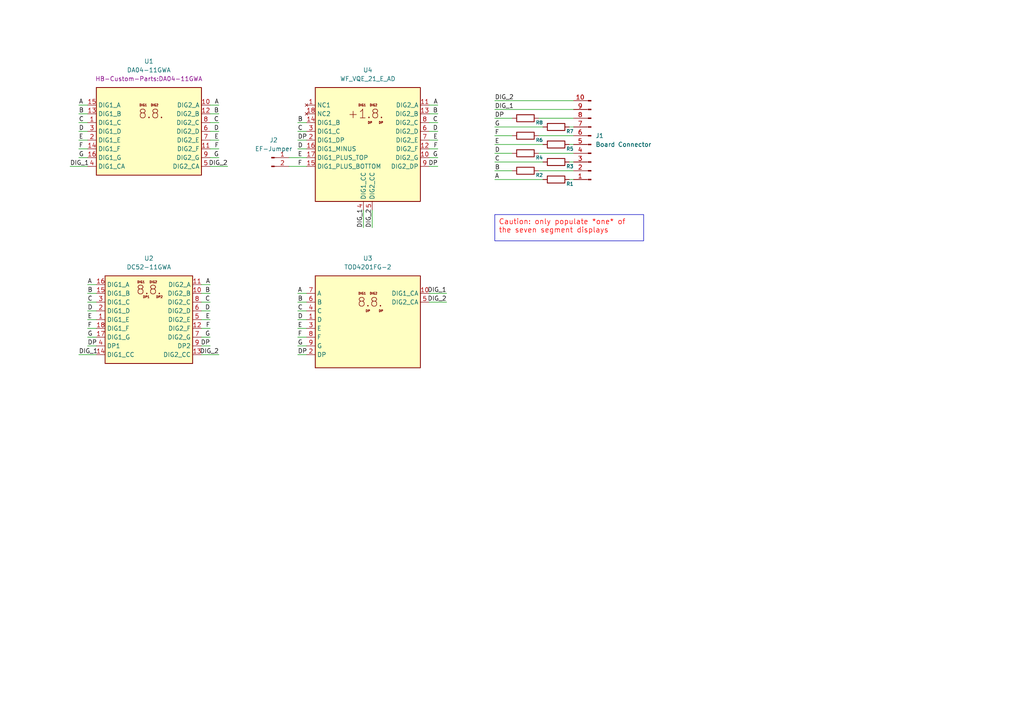
<source format=kicad_sch>
(kicad_sch (version 20230121) (generator eeschema)
  (paper "A4")
  (title_block (title "Seven Segment Carrier Board") (date "2023-09") (rev "v1.0"))
  (lib_symbols
    (symbol "Connector:Conn_01x02_Pin" (pin_names (offset 1.016) hide)
      (property "Reference" "J" (at 0 2.54 0))
      (property "Value" "Conn_01x02_Pin" (at 0 -5.08 0))
      (symbol "Conn_01x02_Pin_1_1"
        (polyline (pts (xy 1.27 -2.54) (xy 0.8636 -2.54)) (stroke (width 0.1524)))
        (polyline (pts (xy 1.27 0) (xy 0.8636 0)) (stroke (width 0.1524)))
        (rectangle (start 0.8636 -2.413) (end 0 -2.667) (stroke (width 0.1524)) (fill (type outline)))
        (rectangle (start 0.8636 0.127) (end 0 -0.127) (stroke (width 0.1524)) (fill (type outline)))
        (pin passive line (at 5.08 0 180) (length 3.81) (name "Pin_1") (number "1"))
        (pin passive line (at 5.08 -2.54 180) (length 3.81) (name "Pin_2") (number "2"))
      )
    )
    (symbol "Connector:Conn_01x10_Pin" (pin_names (offset 1.016) hide)
      (property "Reference" "J" (at 0 12.7 0))
      (property "Value" "Conn_01x10_Pin" (at 0 -15.24 0))
      (symbol "Conn_01x10_Pin_1_1"
        (polyline (pts (xy 1.27 -12.7) (xy 0.8636 -12.7)) (stroke (width 0.1524)))
        (polyline (pts (xy 1.27 -10.16) (xy 0.8636 -10.16)) (stroke (width 0.1524)))
        (polyline (pts (xy 1.27 -7.62) (xy 0.8636 -7.62)) (stroke (width 0.1524)))
        (polyline (pts (xy 1.27 -5.08) (xy 0.8636 -5.08)) (stroke (width 0.1524)))
        (polyline (pts (xy 1.27 -2.54) (xy 0.8636 -2.54)) (stroke (width 0.1524)))
        (polyline (pts (xy 1.27 0) (xy 0.8636 0)) (stroke (width 0.1524)))
        (polyline (pts (xy 1.27 2.54) (xy 0.8636 2.54)) (stroke (width 0.1524)))
        (polyline (pts (xy 1.27 5.08) (xy 0.8636 5.08)) (stroke (width 0.1524)))
        (polyline (pts (xy 1.27 7.62) (xy 0.8636 7.62)) (stroke (width 0.1524)))
        (polyline (pts (xy 1.27 10.16) (xy 0.8636 10.16)) (stroke (width 0.1524)))
        (rectangle (start 0.8636 -12.573) (end 0 -12.827) (stroke (width 0.1524)) (fill (type outline)))
        (rectangle (start 0.8636 -10.033) (end 0 -10.287) (stroke (width 0.1524)) (fill (type outline)))
        (rectangle (start 0.8636 -7.493) (end 0 -7.747) (stroke (width 0.1524)) (fill (type outline)))
        (rectangle (start 0.8636 -4.953) (end 0 -5.207) (stroke (width 0.1524)) (fill (type outline)))
        (rectangle (start 0.8636 -2.413) (end 0 -2.667) (stroke (width 0.1524)) (fill (type outline)))
        (rectangle (start 0.8636 0.127) (end 0 -0.127) (stroke (width 0.1524)) (fill (type outline)))
        (rectangle (start 0.8636 2.667) (end 0 2.413) (stroke (width 0.1524)) (fill (type outline)))
        (rectangle (start 0.8636 5.207) (end 0 4.953) (stroke (width 0.1524)) (fill (type outline)))
        (rectangle (start 0.8636 7.747) (end 0 7.493) (stroke (width 0.1524)) (fill (type outline)))
        (rectangle (start 0.8636 10.287) (end 0 10.033) (stroke (width 0.1524)) (fill (type outline)))
        (pin passive line (at 5.08 10.16 180) (length 3.81) (name "Pin_1") (number "1"))
        (pin passive line (at 5.08 -12.7 180) (length 3.81) (name "Pin_10") (number "10"))
        (pin passive line (at 5.08 7.62 180) (length 3.81) (name "Pin_2") (number "2"))
        (pin passive line (at 5.08 5.08 180) (length 3.81) (name "Pin_3") (number "3"))
        (pin passive line (at 5.08 2.54 180) (length 3.81) (name "Pin_4") (number "4"))
        (pin passive line (at 5.08 0 180) (length 3.81) (name "Pin_5") (number "5"))
        (pin passive line (at 5.08 -2.54 180) (length 3.81) (name "Pin_6") (number "6"))
        (pin passive line (at 5.08 -5.08 180) (length 3.81) (name "Pin_7") (number "7"))
        (pin passive line (at 5.08 -7.62 180) (length 3.81) (name "Pin_8") (number "8"))
        (pin passive line (at 5.08 -10.16 180) (length 3.81) (name "Pin_9") (number "9"))
      )
    )
    (symbol "Device:R" (pin_numbers hide) (pin_names (offset 0))
      (property "Reference" "R" (at 2.032 0 90))
      (property "Value" "R" (at 0 0 90))
      (symbol "R_0_1"
        (rectangle (start -1.016 -2.54) (end 1.016 2.54) (stroke (width 0.254)))
      )
      (symbol "R_1_1"
        (pin passive line (at 0 3.81 270) (length 1.27) (name "~") (number "1"))
        (pin passive line (at 0 -3.81 90) (length 1.27) (name "~") (number "2"))
      )
    )
    (symbol "HB-Custom-Parts:DA04-11GWA"
      (property "Reference" "U" (at -13.97 13.97 0))
      (property "Value" "DA04-11GWA" (at 15.24 13.97 0))
      (property "Footprint" "HB-Custom-Parts:DA04-11GWA" (at 0.635 -15.875 0))
      (symbol "DA04-11GWA_0_0"
        (text "8.8." (at 0.635 5.08 0) (effects (font (size 2.54 2.54))))
        (text "DIG1" (at -1.651 7.62 0) (effects (font (size 0.635 0.635))))
        (text "DIG2" (at 1.651 7.62 0) (effects (font (size 0.635 0.635))))
      )
      (symbol "DA04-11GWA_0_1"
        (rectangle (start -15.24 12.7) (end 15.24 -12.7) (stroke (width 0.254)) (fill (type background)))
      )
      (symbol "DA04-11GWA_1_1"
        (pin input line (at -17.78 2.54 0) (length 2.54) (name "DIG1_C") (number "1"))
        (pin input line (at 17.78 7.62 180) (length 2.54) (name "DIG2_A") (number "10"))
        (pin input line (at 17.78 -5.08 180) (length 2.54) (name "DIG2_F") (number "11"))
        (pin input line (at 17.78 5.08 180) (length 2.54) (name "DIG2_B") (number "12"))
        (pin input line (at -17.78 5.08 0) (length 2.54) (name "DIG1_B") (number "13"))
        (pin input line (at -17.78 -5.08 0) (length 2.54) (name "DIG1_F") (number "14"))
        (pin input line (at -17.78 7.62 0) (length 2.54) (name "DIG1_A") (number "15"))
        (pin input line (at -17.78 -7.62 0) (length 2.54) (name "DIG1_G") (number "16"))
        (pin input line (at -17.78 -2.54 0) (length 2.54) (name "DIG1_E") (number "2"))
        (pin input line (at -17.78 0 0) (length 2.54) (name "DIG1_D") (number "3"))
        (pin input line (at -17.78 -10.16 0) (length 2.54) (name "DIG1_CA") (number "4"))
        (pin input line (at 17.78 -10.16 180) (length 2.54) (name "DIG2_CA") (number "5"))
        (pin input line (at 17.78 0 180) (length 2.54) (name "DIG2_D") (number "6"))
        (pin input line (at 17.78 -2.54 180) (length 2.54) (name "DIG2_E") (number "7"))
        (pin input line (at 17.78 2.54 180) (length 2.54) (name "DIG2_C") (number "8"))
        (pin input line (at 17.78 -7.62 180) (length 2.54) (name "DIG2_G") (number "9"))
      )
    )
    (symbol "HB-Custom-Parts:DC52-11GWA"
      (property "Reference" "U" (at -11.43 13.97 0))
      (property "Value" "DC52-11GWA" (at 12.065 13.97 0))
      (symbol "DC52-11GWA_0_0"
        (text "8.8." (at 0 8.636 0) (effects (font (size 2.54 2.54))))
        (text "DIG1" (at -2.286 10.922 0) (effects (font (size 0.635 0.635))))
        (text "DIG2" (at 1.27 10.922 0) (effects (font (size 0.635 0.635))))
        (text "DP1" (at -0.762 6.604 0) (effects (font (size 0.635 0.635))))
        (text "DP2" (at 3.048 6.604 0) (effects (font (size 0.635 0.635))))
      )
      (symbol "DC52-11GWA_0_1"
        (rectangle (start -12.7 12.7) (end 12.7 -12.7) (stroke (width 0.254)) (fill (type background)))
      )
      (symbol "DC52-11GWA_1_1"
        (pin input line (at -15.24 0 0) (length 2.54) (name "DIG1_E") (number "1"))
        (pin input line (at 15.24 7.62 180) (length 2.54) (name "DIG2_B") (number "10"))
        (pin input line (at 15.24 10.16 180) (length 2.54) (name "DIG2_A") (number "11"))
        (pin input line (at 15.24 -2.54 180) (length 2.54) (name "DIG2_F") (number "12"))
        (pin input line (at 15.24 -10.16 180) (length 2.54) (name "DIG2_CC") (number "13"))
        (pin input line (at -15.24 -10.16 0) (length 2.54) (name "DIG1_CC") (number "14"))
        (pin input line (at -15.24 7.62 0) (length 2.54) (name "DIG1_B") (number "15"))
        (pin input line (at -15.24 10.16 0) (length 2.54) (name "DIG1_A") (number "16"))
        (pin input line (at -15.24 -5.08 0) (length 2.54) (name "DIG1_G") (number "17"))
        (pin input line (at -15.24 -2.54 0) (length 2.54) (name "DIG1_F") (number "18"))
        (pin input line (at -15.24 2.54 0) (length 2.54) (name "DIG1_D") (number "2"))
        (pin input line (at -15.24 5.08 0) (length 2.54) (name "DIG1_C") (number "3"))
        (pin input line (at -15.24 -7.62 0) (length 2.54) (name "DP1") (number "4"))
        (pin input line (at 15.24 0 180) (length 2.54) (name "DIG2_E") (number "5"))
        (pin input line (at 15.24 2.54 180) (length 2.54) (name "DIG2_D") (number "6"))
        (pin input line (at 15.24 -5.08 180) (length 2.54) (name "DIG2_G") (number "7"))
        (pin input line (at 15.24 5.08 180) (length 2.54) (name "DIG2_C") (number "8"))
        (pin input line (at 15.24 -7.62 180) (length 2.54) (name "DP2") (number "9"))
      )
    )
    (symbol "HB-Custom-Parts:TOD4201FG-2"
      (property "Reference" "U" (at -13.97 13.97 0))
      (property "Value" "TOD4201FG-2" (at 15.24 13.97 0))
      (symbol "TOD4201FG-2_0_0"
        (text "8.8." (at 0.635 5.08 0) (effects (font (size 2.54 2.54))))
        (text "DIG1" (at -1.651 7.62 0) (effects (font (size 0.635 0.635))))
        (text "DIG2" (at 1.651 7.62 0) (effects (font (size 0.635 0.635))))
      )
      (symbol "TOD4201FG-2_0_1"
        (rectangle (start -15.24 12.7) (end 15.24 -13.97) (stroke (width 0.254)) (fill (type background)))
      )
      (symbol "TOD4201FG-2_1_0"
        (text "DP" (at 0 2.54 0) (effects (font (size 0.635 0.635))))
        (text "DP" (at 3.81 2.54 0) (effects (font (size 0.635 0.635))))
      )
      (symbol "TOD4201FG-2_1_1"
        (pin input line (at -17.78 0 0) (length 2.54) (name "D") (number "1"))
        (pin input line (at 17.78 7.62 180) (length 2.54) (name "DIG1_CA") (number "10"))
        (pin input line (at -17.78 -10.16 0) (length 2.54) (name "DP") (number "2"))
        (pin input line (at -17.78 -2.54 0) (length 2.54) (name "E") (number "3"))
        (pin input line (at -17.78 2.54 0) (length 2.54) (name "C") (number "4"))
        (pin input line (at 17.78 5.08 180) (length 2.54) (name "DIG2_CA") (number "5"))
        (pin input line (at -17.78 5.08 0) (length 2.54) (name "B") (number "6"))
        (pin input line (at -17.78 7.62 0) (length 2.54) (name "A") (number "7"))
        (pin input line (at -17.78 -5.08 0) (length 2.54) (name "F") (number "8"))
        (pin input line (at -17.78 -7.62 0) (length 2.54) (name "G") (number "9"))
      )
    )
    (symbol "HB-Custom-Parts:WF_VQE_21_E_AD"
      (property "Reference" "U" (at -13.97 16.51 0))
      (property "Value" "WF_VQE_21_E_AD" (at 15.24 16.51 0))
      (symbol "WF_VQE_21_E_AD_0_0"
        (text "DIG1" (at -1.651 10.16 0) (effects (font (size 0.635 0.635))))
        (text "DIG2" (at 1.651 10.16 0) (effects (font (size 0.635 0.635))))
      )
      (symbol "WF_VQE_21_E_AD_0_1"
        (rectangle (start -15.24 15.24) (end 15.24 -17.78) (stroke (width 0.254)) (fill (type background)))
      )
      (symbol "WF_VQE_21_E_AD_1_0"
        (text "+1.8." (at -0.635 7.62 0) (effects (font (size 2.54 2.54))))
        (text "DP" (at 0.635 5.08 0) (effects (font (size 0.635 0.635))))
        (text "DP" (at 3.81 5.08 0) (effects (font (size 0.635 0.635))))
      )
      (symbol "WF_VQE_21_E_AD_1_1"
        (pin no_connect line (at -17.78 10.16 0) (length 2.54) (name "NC1") (number "1"))
        (pin input line (at 17.78 -5.08 180) (length 2.54) (name "DIG2_G") (number "10"))
        (pin input line (at 17.78 10.16 180) (length 2.54) (name "DIG2_A") (number "11"))
        (pin input line (at 17.78 -2.54 180) (length 2.54) (name "DIG2_F") (number "12"))
        (pin input line (at 17.78 7.62 180) (length 2.54) (name "DIG2_B") (number "13"))
        (pin input line (at -17.78 5.08 0) (length 2.54) (name "DIG1_B") (number "14"))
        (pin input line (at -17.78 -7.62 0) (length 2.54) (name "DIG1_PLUS_BOTTOM") (number "15"))
        (pin input line (at -17.78 -2.54 0) (length 2.54) (name "DIG1_MINUS") (number "16"))
        (pin input line (at -17.78 -5.08 0) (length 2.54) (name "DIG1_PLUS_TOP") (number "17"))
        (pin no_connect line (at -17.78 7.62 0) (length 2.54) (name "NC2") (number "18"))
        (pin input line (at -17.78 0 0) (length 2.54) (name "DIG1_DP") (number "2"))
        (pin input line (at -17.78 2.54 0) (length 2.54) (name "DIG1_C") (number "3"))
        (pin input line (at -1.27 -20.32 90) (length 2.54) (name "DIG1_CC") (number "4"))
        (pin input line (at 1.27 -20.32 90) (length 2.54) (name "DIG2_CC") (number "5"))
        (pin input line (at 17.78 2.54 180) (length 2.54) (name "DIG2_D") (number "6"))
        (pin input line (at 17.78 0 180) (length 2.54) (name "DIG2_E") (number "7"))
        (pin input line (at 17.78 5.08 180) (length 2.54) (name "DIG2_C") (number "8"))
        (pin input line (at 17.78 -7.62 180) (length 2.54) (name "DIG2_DP") (number "9"))
      )
    )
  )
  (wire (pts (xy 60.96 30.48) (xy 63.5 30.48)))
  (wire (pts (xy 124.46 33.02) (xy 127 33.02)))
  (wire (pts (xy 22.86 33.02) (xy 25.4 33.02)))
  (wire (pts (xy 86.36 95.25) (xy 88.9 95.25)))
  (wire (pts (xy 58.42 102.87) (xy 63.5 102.87)))
  (wire (pts (xy 143.51 36.83) (xy 157.48 36.83)))
  (wire (pts (xy 124.46 38.1) (xy 127 38.1)))
  (wire (pts (xy 156.21 44.45) (xy 166.37 44.45)))
  (wire (pts (xy 143.51 46.99) (xy 157.48 46.99)))
  (wire (pts (xy 86.36 90.17) (xy 88.9 90.17)))
  (wire (pts (xy 86.36 43.18) (xy 88.9 43.18)))
  (wire (pts (xy 165.1 41.91) (xy 166.37 41.91)))
  (wire (pts (xy 86.36 97.79) (xy 88.9 97.79)))
  (wire (pts (xy 86.36 92.71) (xy 88.9 92.71)))
  (wire (pts (xy 22.86 30.48) (xy 25.4 30.48)))
  (wire (pts (xy 25.4 95.25) (xy 27.94 95.25)))
  (wire (pts (xy 124.46 85.09) (xy 129.54 85.09)))
  (wire (pts (xy 58.42 97.79) (xy 60.96 97.79)))
  (wire (pts (xy 143.51 49.53) (xy 148.59 49.53)))
  (wire (pts (xy 124.46 40.64) (xy 127 40.64)))
  (wire (pts (xy 25.4 97.79) (xy 27.94 97.79)))
  (wire (pts (xy 60.96 38.1) (xy 63.5 38.1)))
  (wire (pts (xy 124.46 30.48) (xy 127 30.48)))
  (wire (pts (xy 60.96 33.02) (xy 63.5 33.02)))
  (wire (pts (xy 25.4 87.63) (xy 27.94 87.63)))
  (wire (pts (xy 124.46 43.18) (xy 127 43.18)))
  (wire (pts (xy 156.21 34.29) (xy 166.37 34.29)))
  (wire (pts (xy 83.82 48.26) (xy 88.9 48.26)))
  (wire (pts (xy 86.36 85.09) (xy 88.9 85.09)))
  (wire (pts (xy 86.36 100.33) (xy 88.9 100.33)))
  (wire (pts (xy 143.51 41.91) (xy 157.48 41.91)))
  (wire (pts (xy 22.86 102.87) (xy 27.94 102.87)))
  (wire (pts (xy 58.42 90.17) (xy 60.96 90.17)))
  (wire (pts (xy 58.42 100.33) (xy 60.96 100.33)))
  (wire (pts (xy 25.4 92.71) (xy 27.94 92.71)))
  (wire (pts (xy 143.51 29.21) (xy 166.37 29.21)))
  (wire (pts (xy 58.42 85.09) (xy 60.96 85.09)))
  (wire (pts (xy 124.46 48.26) (xy 127 48.26)))
  (wire (pts (xy 105.41 60.96) (xy 105.41 66.04)))
  (wire (pts (xy 60.96 43.18) (xy 63.5 43.18)))
  (wire (pts (xy 165.1 52.07) (xy 166.37 52.07)))
  (wire (pts (xy 60.96 40.64) (xy 63.5 40.64)))
  (wire (pts (xy 20.32 48.26) (xy 25.4 48.26)))
  (wire (pts (xy 86.36 87.63) (xy 88.9 87.63)))
  (wire (pts (xy 22.86 45.72) (xy 25.4 45.72)))
  (wire (pts (xy 58.42 87.63) (xy 60.96 87.63)))
  (wire (pts (xy 124.46 87.63) (xy 129.54 87.63)))
  (wire (pts (xy 60.96 45.72) (xy 63.5 45.72)))
  (wire (pts (xy 86.36 40.64) (xy 88.9 40.64)))
  (wire (pts (xy 86.36 35.56) (xy 88.9 35.56)))
  (wire (pts (xy 86.36 102.87) (xy 88.9 102.87)))
  (wire (pts (xy 25.4 85.09) (xy 27.94 85.09)))
  (wire (pts (xy 58.42 82.55) (xy 60.96 82.55)))
  (wire (pts (xy 22.86 35.56) (xy 25.4 35.56)))
  (wire (pts (xy 58.42 92.71) (xy 60.96 92.71)))
  (wire (pts (xy 124.46 35.56) (xy 127 35.56)))
  (wire (pts (xy 143.51 34.29) (xy 148.59 34.29)))
  (wire (pts (xy 124.46 45.72) (xy 127 45.72)))
  (wire (pts (xy 22.86 43.18) (xy 25.4 43.18)))
  (wire (pts (xy 165.1 46.99) (xy 166.37 46.99)))
  (wire (pts (xy 25.4 100.33) (xy 27.94 100.33)))
  (wire (pts (xy 143.51 52.07) (xy 157.48 52.07)))
  (wire (pts (xy 22.86 38.1) (xy 25.4 38.1)))
  (wire (pts (xy 86.36 38.1) (xy 88.9 38.1)))
  (wire (pts (xy 83.82 45.72) (xy 88.9 45.72)))
  (wire (pts (xy 165.1 36.83) (xy 166.37 36.83)))
  (wire (pts (xy 107.95 60.96) (xy 107.95 66.04)))
  (wire (pts (xy 143.51 31.75) (xy 166.37 31.75)))
  (wire (pts (xy 22.86 40.64) (xy 25.4 40.64)))
  (wire (pts (xy 58.42 95.25) (xy 60.96 95.25)))
  (wire (pts (xy 143.51 44.45) (xy 148.59 44.45)))
  (wire (pts (xy 156.21 39.37) (xy 166.37 39.37)))
  (wire (pts (xy 60.96 48.26) (xy 66.04 48.26)))
  (wire (pts (xy 143.51 39.37) (xy 148.59 39.37)))
  (wire (pts (xy 156.21 49.53) (xy 166.37 49.53)))
  (wire (pts (xy 60.96 35.56) (xy 63.5 35.56)))
  (wire (pts (xy 25.4 82.55) (xy 27.94 82.55)))
  (wire (pts (xy 25.4 90.17) (xy 27.94 90.17)))
  (text_box "Caution: only populate *one* of the seven segment displays" (at 143.51 62.23 0) (size 43.18 7.62) (effects (font (size 1.5 1.5)) (justify left top)))
  (label "E" (at 143.51 41.91 0))
  (label "C" (at 86.36 90.17 0))
  (label "B" (at 25.4 85.09 0))
  (label "G" (at 25.4 97.79 0))
  (label "C" (at 60.96 87.63 180))
  (label "DP" (at 60.96 100.33 180))
  (label "DIG_1" (at 143.51 31.75 0))
  (label "F" (at 63.5 43.18 180))
  (label "DIG_2" (at 66.04 48.26 180))
  (label "E" (at 63.5 40.64 180))
  (label "D" (at 25.4 90.17 0))
  (label "A" (at 63.5 30.48 180))
  (label "DIG_1" (at 105.41 66.04 90))
  (label "F" (at 22.86 43.18 0))
  (label "G" (at 143.51 36.83 0))
  (label "DP" (at 25.4 100.33 0))
  (label "DIG_2" (at 143.51 29.21 0))
  (label "D" (at 63.5 38.1 180))
  (label "F" (at 86.36 48.26 0))
  (label "D" (at 22.86 38.1 0))
  (label "DIG_2" (at 129.54 87.63 180))
  (label "A" (at 143.51 52.07 0))
  (label "E" (at 86.36 45.72 0))
  (label "G" (at 63.5 45.72 180))
  (label "B" (at 63.5 33.02 180))
  (label "DIG_2" (at 107.95 66.04 90))
  (label "E" (at 127 40.64 180))
  (label "F" (at 60.96 95.25 180))
  (label "B" (at 127 33.02 180))
  (label "DP" (at 127 48.26 180))
  (label "C" (at 143.51 46.99 0))
  (label "G" (at 86.36 100.33 0))
  (label "B" (at 86.36 35.56 0))
  (label "F" (at 25.4 95.25 0))
  (label "C" (at 63.5 35.56 180))
  (label "D" (at 127 38.1 180))
  (label "E" (at 25.4 92.71 0))
  (label "G" (at 127 45.72 180))
  (label "E" (at 60.96 92.71 180))
  (label "A" (at 25.4 82.55 0))
  (label "B" (at 22.86 33.02 0))
  (label "C" (at 25.4 87.63 0))
  (label "DP" (at 86.36 40.64 0))
  (label "E" (at 86.36 95.25 0))
  (label "DIG_1" (at 22.86 102.87 0))
  (label "A" (at 22.86 30.48 0))
  (label "DIG_1" (at 20.32 48.26 0))
  (label "F" (at 143.51 39.37 0))
  (label "A" (at 86.36 85.09 0))
  (label "B" (at 143.51 49.53 0))
  (label "A" (at 60.96 82.55 180))
  (label "F" (at 127 43.18 180))
  (label "F" (at 86.36 97.79 0))
  (label "C" (at 22.86 35.56 0))
  (label "B" (at 86.36 87.63 0))
  (label "B" (at 60.96 85.09 180))
  (label "D" (at 60.933 90.17 180))
  (label "D" (at 86.36 43.18 0))
  (label "D" (at 143.51 44.45 0))
  (label "C" (at 86.36 38.1 0))
  (label "E" (at 22.86 40.64 0))
  (label "DP" (at 86.36 102.87 0))
  (label "DIG_1" (at 129.54 85.09 180))
  (label "A" (at 127 30.48 180))
  (label "G" (at 22.86 45.72 0))
  (label "DP" (at 143.51 34.29 0))
  (label "G" (at 60.96 97.79 180))
  (label "DIG_2" (at 63.5 102.87 180))
  (label "D" (at 86.36 92.71 0))
  (label "C" (at 127 35.56 180))
  (symbol (lib_id "Device:R") (at 152.4 49.53 90) (unit 1)
    (property "Reference" "R2" (at 157.48 50.8 90) (effects (font (size 1 1)) (justify left)))
    (property "Value" "R" (effects hide))
    (property "Footprint" "Resistor_SMD:R_1206_3216Metric" (effects hide))
  )
  (symbol (lib_id "Device:R") (at 161.29 46.99 90) (unit 1)
    (property "Reference" "R3" (at 166.37 48.26 90) (effects (font (size 1 1)) (justify left)))
    (property "Value" "R" (effects hide))
    (property "Footprint" "Resistor_SMD:R_1206_3216Metric" (effects hide))
  )
  (symbol (lib_id "Device:R") (at 152.4 39.37 90) (unit 1)
    (property "Reference" "R6" (at 157.48 40.64 90) (effects (font (size 1 1)) (justify left)))
    (property "Value" "R" (effects hide))
    (property "Footprint" "Resistor_SMD:R_1206_3216Metric" (effects hide))
  )
  (symbol (lib_id "HB-Custom-Parts:DA04-11GWA") (at 43.18 38.1 0) (unit 1)
    (property "Reference" "U1" (at 43.18 17.78 0))
    (property "Value" "DA04-11GWA" (at 43.18 20.32 0))
    (property "Footprint" "HB-Custom-Parts:DA04-11GWA" (at 43.18 22.86 0))
    (property "Datasheet" "http://www.kingbrightusa.com/images/catalog/SPEC/DA04-11GWA.pdf" (effects hide))
  )
  (symbol (lib_id "Device:R") (at 161.29 41.91 90) (unit 1)
    (property "Reference" "R5" (at 166.37 43.18 90) (effects (font (size 1 1)) (justify left)))
    (property "Value" "R" (effects hide))
    (property "Footprint" "Resistor_SMD:R_1206_3216Metric" (effects hide))
  )
  (symbol (lib_id "Device:R") (at 161.29 36.83 90) (unit 1)
    (property "Reference" "R7" (at 166.37 38.1 90) (effects (font (size 1 1)) (justify left)))
    (property "Value" "R" (effects hide))
    (property "Footprint" "Resistor_SMD:R_1206_3216Metric" (effects hide))
  )
  (symbol (lib_id "HB-Custom-Parts:WF_VQE_21_E_AD") (at 106.68 40.64 0) (unit 1)
    (property "Reference" "U4" (at 106.68 20.32 0))
    (property "Value" "WF_VQE_21_E_AD" (at 106.68 22.86 0))
    (property "Footprint" "HB-Custom-Parts:WF_VQE_21_E_AD" (effects hide))
    (property "Datasheet" "https://datenblatt.weithclan.de/Daten/VQE21-22-23-24.pdf" (effects hide))
  )
  (symbol (lib_id "Connector:Conn_01x02_Pin") (at 78.74 45.72 0) (unit 1)
    (property "Reference" "J2" (at 79.375 40.64 0))
    (property "Value" "EF-Jumper" (at 79.375 43.18 0))
    (property "Footprint" "Jumper:SolderJumper-2_P1.3mm_Open_RoundedPad1.0x1.5mm" (effects hide))
  )
  (symbol (lib_id "Device:R") (at 152.4 44.45 90) (unit 1)
    (property "Reference" "R4" (at 157.48 45.72 90) (effects (font (size 1 1)) (justify left)))
    (property "Value" "R" (effects hide))
    (property "Footprint" "Resistor_SMD:R_1206_3216Metric" (effects hide))
  )
  (symbol (lib_id "Device:R") (at 152.4 34.29 90) (unit 1)
    (property "Reference" "R8" (at 157.48 35.56 90) (effects (font (size 1 1)) (justify left)))
    (property "Value" "R" (effects hide))
    (property "Footprint" "Resistor_SMD:R_1206_3216Metric" (effects hide))
  )
  (symbol (lib_id "Connector:Conn_01x10_Pin") (at 171.45 41.91 180) (unit 1)
    (property "Reference" "J1" (at 172.72 39.3699 0) (effects (justify right)))
    (property "Value" "Board Connector" (at 172.72 41.9099 0) (effects (justify right)))
    (property "Footprint" "Connector_PinHeader_2.54mm:PinHeader_1x10_P2.54mm_Vertical" (effects hide))
  )
  (symbol (lib_id "HB-Custom-Parts:TOD4201FG-2") (at 106.68 92.71 0) (unit 1)
    (property "Reference" "U3" (at 106.68 74.93 0))
    (property "Value" "TOD4201FG-2" (at 106.68 77.47 0))
    (property "Footprint" "HB-Custom-Parts:TOD4201FG-2" (effects hide))
    (property "Datasheet" "https://www.es.co.th/Schemetic/PDF/TOD-4201FG-B_R.PDF" (effects hide))
  )
  (symbol (lib_id "HB-Custom-Parts:DC52-11GWA") (at 43.18 92.71 0) (unit 1)
    (property "Reference" "U2" (at 43.18 74.93 0))
    (property "Value" "DC52-11GWA" (at 43.18 77.47 0))
    (property "Footprint" "HB-Custom-Parts:DC52-11GWA" (effects hide))
    (property "Datasheet" "https://media.distrelec.com/Web/Downloads/12/63/tk661256-661263.pdf" (effects hide))
  )
  (symbol (lib_id "Device:R") (at 161.29 52.07 90) (unit 1)
    (property "Reference" "R1" (at 166.37 53.34 90) (effects (font (size 1 1)) (justify left)))
    (property "Value" "R" (effects hide))
    (property "Footprint" "Resistor_SMD:R_1206_3216Metric" (effects hide))
  )
)
</source>
